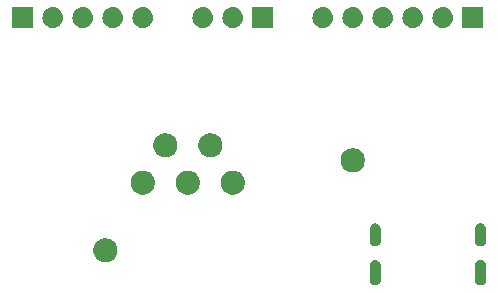
<source format=gbr>
G04 #@! TF.GenerationSoftware,KiCad,Pcbnew,(5.1.4)-1*
G04 #@! TF.CreationDate,2019-10-23T20:14:33-04:00*
G04 #@! TF.ProjectId,USB LED Daughterboard 0-2,55534220-4c45-4442-9044-617567687465,rev?*
G04 #@! TF.SameCoordinates,Original*
G04 #@! TF.FileFunction,Soldermask,Bot*
G04 #@! TF.FilePolarity,Negative*
%FSLAX46Y46*%
G04 Gerber Fmt 4.6, Leading zero omitted, Abs format (unit mm)*
G04 Created by KiCad (PCBNEW (5.1.4)-1) date 2019-10-23 20:14:33*
%MOMM*%
%LPD*%
G04 APERTURE LIST*
%ADD10C,0.100000*%
G04 APERTURE END LIST*
D10*
G36*
X209003268Y-122756084D02*
G01*
X209003271Y-122756085D01*
X209003272Y-122756085D01*
X209092961Y-122783291D01*
X209175619Y-122827473D01*
X209248069Y-122886931D01*
X209307527Y-122959381D01*
X209351709Y-123042038D01*
X209378915Y-123131727D01*
X209378916Y-123131731D01*
X209385800Y-123201630D01*
X209385800Y-124448370D01*
X209378916Y-124518269D01*
X209378915Y-124518272D01*
X209378915Y-124518273D01*
X209351709Y-124607962D01*
X209307527Y-124690619D01*
X209248069Y-124763069D01*
X209175619Y-124822527D01*
X209092962Y-124866709D01*
X209003273Y-124893915D01*
X209003272Y-124893915D01*
X209003269Y-124893916D01*
X208910000Y-124903102D01*
X208816732Y-124893916D01*
X208816729Y-124893915D01*
X208816728Y-124893915D01*
X208727039Y-124866709D01*
X208644382Y-124822527D01*
X208571932Y-124763069D01*
X208512474Y-124690619D01*
X208468292Y-124607962D01*
X208441086Y-124518273D01*
X208441086Y-124518272D01*
X208441085Y-124518269D01*
X208434201Y-124448370D01*
X208434200Y-123201631D01*
X208441084Y-123131732D01*
X208441085Y-123131728D01*
X208468291Y-123042039D01*
X208512473Y-122959381D01*
X208571931Y-122886931D01*
X208644381Y-122827473D01*
X208727038Y-122783291D01*
X208816727Y-122756085D01*
X208816728Y-122756085D01*
X208816731Y-122756084D01*
X208910000Y-122746898D01*
X209003268Y-122756084D01*
X209003268Y-122756084D01*
G37*
G36*
X217903268Y-122756084D02*
G01*
X217903271Y-122756085D01*
X217903272Y-122756085D01*
X217992961Y-122783291D01*
X218075619Y-122827473D01*
X218148069Y-122886931D01*
X218207527Y-122959381D01*
X218251709Y-123042038D01*
X218278915Y-123131727D01*
X218278916Y-123131731D01*
X218285800Y-123201630D01*
X218285800Y-124448370D01*
X218278916Y-124518269D01*
X218278915Y-124518272D01*
X218278915Y-124518273D01*
X218251709Y-124607962D01*
X218207527Y-124690619D01*
X218148069Y-124763069D01*
X218075619Y-124822527D01*
X217992962Y-124866709D01*
X217903273Y-124893915D01*
X217903272Y-124893915D01*
X217903269Y-124893916D01*
X217810000Y-124903102D01*
X217716732Y-124893916D01*
X217716729Y-124893915D01*
X217716728Y-124893915D01*
X217627039Y-124866709D01*
X217544382Y-124822527D01*
X217471932Y-124763069D01*
X217412474Y-124690619D01*
X217368292Y-124607962D01*
X217341086Y-124518273D01*
X217341086Y-124518272D01*
X217341085Y-124518269D01*
X217334201Y-124448370D01*
X217334200Y-123201631D01*
X217341084Y-123131732D01*
X217341085Y-123131728D01*
X217368291Y-123042039D01*
X217412473Y-122959381D01*
X217471931Y-122886931D01*
X217544381Y-122827473D01*
X217627038Y-122783291D01*
X217716727Y-122756085D01*
X217716728Y-122756085D01*
X217716731Y-122756084D01*
X217810000Y-122746898D01*
X217903268Y-122756084D01*
X217903268Y-122756084D01*
G37*
G36*
X186354099Y-120934006D02*
G01*
X186540709Y-121011302D01*
X186708656Y-121123521D01*
X186851479Y-121266344D01*
X186963698Y-121434291D01*
X187040994Y-121620901D01*
X187080400Y-121819007D01*
X187080400Y-122020993D01*
X187040994Y-122219099D01*
X186963698Y-122405709D01*
X186851479Y-122573656D01*
X186708656Y-122716479D01*
X186540709Y-122828698D01*
X186354099Y-122905994D01*
X186155993Y-122945400D01*
X185954007Y-122945400D01*
X185755901Y-122905994D01*
X185569291Y-122828698D01*
X185401344Y-122716479D01*
X185258521Y-122573656D01*
X185146302Y-122405709D01*
X185069006Y-122219099D01*
X185029600Y-122020993D01*
X185029600Y-121819007D01*
X185069006Y-121620901D01*
X185146302Y-121434291D01*
X185258521Y-121266344D01*
X185401344Y-121123521D01*
X185569291Y-121011302D01*
X185755901Y-120934006D01*
X185954007Y-120894600D01*
X186155993Y-120894600D01*
X186354099Y-120934006D01*
X186354099Y-120934006D01*
G37*
G36*
X217903268Y-119656084D02*
G01*
X217903271Y-119656085D01*
X217903272Y-119656085D01*
X217992961Y-119683291D01*
X218075619Y-119727473D01*
X218148069Y-119786931D01*
X218207527Y-119859381D01*
X218251709Y-119942038D01*
X218278915Y-120031727D01*
X218278916Y-120031731D01*
X218285800Y-120101630D01*
X218285800Y-121148370D01*
X218278916Y-121218269D01*
X218278915Y-121218272D01*
X218278915Y-121218273D01*
X218251709Y-121307962D01*
X218207527Y-121390619D01*
X218148069Y-121463069D01*
X218075619Y-121522527D01*
X217992962Y-121566709D01*
X217903273Y-121593915D01*
X217903272Y-121593915D01*
X217903269Y-121593916D01*
X217810000Y-121603102D01*
X217716732Y-121593916D01*
X217716729Y-121593915D01*
X217716728Y-121593915D01*
X217627039Y-121566709D01*
X217544382Y-121522527D01*
X217471932Y-121463069D01*
X217412474Y-121390619D01*
X217368292Y-121307962D01*
X217341086Y-121218273D01*
X217341086Y-121218272D01*
X217341085Y-121218269D01*
X217334201Y-121148370D01*
X217334200Y-120101631D01*
X217341084Y-120031732D01*
X217341085Y-120031728D01*
X217368291Y-119942039D01*
X217412473Y-119859381D01*
X217471931Y-119786931D01*
X217544381Y-119727473D01*
X217627038Y-119683291D01*
X217716727Y-119656085D01*
X217716728Y-119656085D01*
X217716731Y-119656084D01*
X217810000Y-119646898D01*
X217903268Y-119656084D01*
X217903268Y-119656084D01*
G37*
G36*
X209003268Y-119656084D02*
G01*
X209003271Y-119656085D01*
X209003272Y-119656085D01*
X209092961Y-119683291D01*
X209175619Y-119727473D01*
X209248069Y-119786931D01*
X209307527Y-119859381D01*
X209351709Y-119942038D01*
X209378915Y-120031727D01*
X209378916Y-120031731D01*
X209385800Y-120101630D01*
X209385800Y-121148370D01*
X209378916Y-121218269D01*
X209378915Y-121218272D01*
X209378915Y-121218273D01*
X209351709Y-121307962D01*
X209307527Y-121390619D01*
X209248069Y-121463069D01*
X209175619Y-121522527D01*
X209092962Y-121566709D01*
X209003273Y-121593915D01*
X209003272Y-121593915D01*
X209003269Y-121593916D01*
X208910000Y-121603102D01*
X208816732Y-121593916D01*
X208816729Y-121593915D01*
X208816728Y-121593915D01*
X208727039Y-121566709D01*
X208644382Y-121522527D01*
X208571932Y-121463069D01*
X208512474Y-121390619D01*
X208468292Y-121307962D01*
X208441086Y-121218273D01*
X208441086Y-121218272D01*
X208441085Y-121218269D01*
X208434201Y-121148370D01*
X208434200Y-120101631D01*
X208441084Y-120031732D01*
X208441085Y-120031728D01*
X208468291Y-119942039D01*
X208512473Y-119859381D01*
X208571931Y-119786931D01*
X208644381Y-119727473D01*
X208727038Y-119683291D01*
X208816727Y-119656085D01*
X208816728Y-119656085D01*
X208816731Y-119656084D01*
X208910000Y-119646898D01*
X209003268Y-119656084D01*
X209003268Y-119656084D01*
G37*
G36*
X197149099Y-115219006D02*
G01*
X197335709Y-115296302D01*
X197503656Y-115408521D01*
X197646479Y-115551344D01*
X197758698Y-115719291D01*
X197835994Y-115905901D01*
X197875400Y-116104007D01*
X197875400Y-116305993D01*
X197835994Y-116504099D01*
X197758698Y-116690709D01*
X197646479Y-116858656D01*
X197503656Y-117001479D01*
X197335709Y-117113698D01*
X197149099Y-117190994D01*
X196950993Y-117230400D01*
X196749007Y-117230400D01*
X196550901Y-117190994D01*
X196364291Y-117113698D01*
X196196344Y-117001479D01*
X196053521Y-116858656D01*
X195941302Y-116690709D01*
X195864006Y-116504099D01*
X195824600Y-116305993D01*
X195824600Y-116104007D01*
X195864006Y-115905901D01*
X195941302Y-115719291D01*
X196053521Y-115551344D01*
X196196344Y-115408521D01*
X196364291Y-115296302D01*
X196550901Y-115219006D01*
X196749007Y-115179600D01*
X196950993Y-115179600D01*
X197149099Y-115219006D01*
X197149099Y-115219006D01*
G37*
G36*
X193339099Y-115219006D02*
G01*
X193525709Y-115296302D01*
X193693656Y-115408521D01*
X193836479Y-115551344D01*
X193948698Y-115719291D01*
X194025994Y-115905901D01*
X194065400Y-116104007D01*
X194065400Y-116305993D01*
X194025994Y-116504099D01*
X193948698Y-116690709D01*
X193836479Y-116858656D01*
X193693656Y-117001479D01*
X193525709Y-117113698D01*
X193339099Y-117190994D01*
X193140993Y-117230400D01*
X192939007Y-117230400D01*
X192740901Y-117190994D01*
X192554291Y-117113698D01*
X192386344Y-117001479D01*
X192243521Y-116858656D01*
X192131302Y-116690709D01*
X192054006Y-116504099D01*
X192014600Y-116305993D01*
X192014600Y-116104007D01*
X192054006Y-115905901D01*
X192131302Y-115719291D01*
X192243521Y-115551344D01*
X192386344Y-115408521D01*
X192554291Y-115296302D01*
X192740901Y-115219006D01*
X192939007Y-115179600D01*
X193140993Y-115179600D01*
X193339099Y-115219006D01*
X193339099Y-115219006D01*
G37*
G36*
X189529099Y-115219006D02*
G01*
X189715709Y-115296302D01*
X189883656Y-115408521D01*
X190026479Y-115551344D01*
X190138698Y-115719291D01*
X190215994Y-115905901D01*
X190255400Y-116104007D01*
X190255400Y-116305993D01*
X190215994Y-116504099D01*
X190138698Y-116690709D01*
X190026479Y-116858656D01*
X189883656Y-117001479D01*
X189715709Y-117113698D01*
X189529099Y-117190994D01*
X189330993Y-117230400D01*
X189129007Y-117230400D01*
X188930901Y-117190994D01*
X188744291Y-117113698D01*
X188576344Y-117001479D01*
X188433521Y-116858656D01*
X188321302Y-116690709D01*
X188244006Y-116504099D01*
X188204600Y-116305993D01*
X188204600Y-116104007D01*
X188244006Y-115905901D01*
X188321302Y-115719291D01*
X188433521Y-115551344D01*
X188576344Y-115408521D01*
X188744291Y-115296302D01*
X188930901Y-115219006D01*
X189129007Y-115179600D01*
X189330993Y-115179600D01*
X189529099Y-115219006D01*
X189529099Y-115219006D01*
G37*
G36*
X207309099Y-113314006D02*
G01*
X207495709Y-113391302D01*
X207663656Y-113503521D01*
X207806479Y-113646344D01*
X207918698Y-113814291D01*
X207995994Y-114000901D01*
X208035400Y-114199007D01*
X208035400Y-114400993D01*
X207995994Y-114599099D01*
X207918698Y-114785709D01*
X207806479Y-114953656D01*
X207663656Y-115096479D01*
X207495709Y-115208698D01*
X207309099Y-115285994D01*
X207110993Y-115325400D01*
X206909007Y-115325400D01*
X206710901Y-115285994D01*
X206524291Y-115208698D01*
X206356344Y-115096479D01*
X206213521Y-114953656D01*
X206101302Y-114785709D01*
X206024006Y-114599099D01*
X205984600Y-114400993D01*
X205984600Y-114199007D01*
X206024006Y-114000901D01*
X206101302Y-113814291D01*
X206213521Y-113646344D01*
X206356344Y-113503521D01*
X206524291Y-113391302D01*
X206710901Y-113314006D01*
X206909007Y-113274600D01*
X207110993Y-113274600D01*
X207309099Y-113314006D01*
X207309099Y-113314006D01*
G37*
G36*
X195244099Y-112044006D02*
G01*
X195430709Y-112121302D01*
X195598656Y-112233521D01*
X195741479Y-112376344D01*
X195853698Y-112544291D01*
X195930994Y-112730901D01*
X195970400Y-112929007D01*
X195970400Y-113130993D01*
X195930994Y-113329099D01*
X195853698Y-113515709D01*
X195741479Y-113683656D01*
X195598656Y-113826479D01*
X195430709Y-113938698D01*
X195244099Y-114015994D01*
X195045993Y-114055400D01*
X194844007Y-114055400D01*
X194645901Y-114015994D01*
X194459291Y-113938698D01*
X194291344Y-113826479D01*
X194148521Y-113683656D01*
X194036302Y-113515709D01*
X193959006Y-113329099D01*
X193919600Y-113130993D01*
X193919600Y-112929007D01*
X193959006Y-112730901D01*
X194036302Y-112544291D01*
X194148521Y-112376344D01*
X194291344Y-112233521D01*
X194459291Y-112121302D01*
X194645901Y-112044006D01*
X194844007Y-112004600D01*
X195045993Y-112004600D01*
X195244099Y-112044006D01*
X195244099Y-112044006D01*
G37*
G36*
X191434099Y-112044006D02*
G01*
X191620709Y-112121302D01*
X191788656Y-112233521D01*
X191931479Y-112376344D01*
X192043698Y-112544291D01*
X192120994Y-112730901D01*
X192160400Y-112929007D01*
X192160400Y-113130993D01*
X192120994Y-113329099D01*
X192043698Y-113515709D01*
X191931479Y-113683656D01*
X191788656Y-113826479D01*
X191620709Y-113938698D01*
X191434099Y-114015994D01*
X191235993Y-114055400D01*
X191034007Y-114055400D01*
X190835901Y-114015994D01*
X190649291Y-113938698D01*
X190481344Y-113826479D01*
X190338521Y-113683656D01*
X190226302Y-113515709D01*
X190149006Y-113329099D01*
X190109600Y-113130993D01*
X190109600Y-112929007D01*
X190149006Y-112730901D01*
X190226302Y-112544291D01*
X190338521Y-112376344D01*
X190481344Y-112233521D01*
X190649291Y-112121302D01*
X190835901Y-112044006D01*
X191034007Y-112004600D01*
X191235993Y-112004600D01*
X191434099Y-112044006D01*
X191434099Y-112044006D01*
G37*
G36*
X184321605Y-101372266D02*
G01*
X184321608Y-101372267D01*
X184486622Y-101422323D01*
X184638699Y-101503610D01*
X184771996Y-101613004D01*
X184881390Y-101746301D01*
X184962677Y-101898378D01*
X184962677Y-101898379D01*
X185012734Y-102063395D01*
X185029636Y-102235000D01*
X185012734Y-102406605D01*
X185012733Y-102406608D01*
X184962677Y-102571622D01*
X184881390Y-102723699D01*
X184771996Y-102856996D01*
X184638699Y-102966390D01*
X184486622Y-103047677D01*
X184359352Y-103086284D01*
X184321605Y-103097734D01*
X184193004Y-103110400D01*
X184106996Y-103110400D01*
X183978395Y-103097734D01*
X183940648Y-103086284D01*
X183813378Y-103047677D01*
X183661301Y-102966390D01*
X183528004Y-102856996D01*
X183418610Y-102723699D01*
X183337323Y-102571622D01*
X183287267Y-102406608D01*
X183287266Y-102406605D01*
X183270364Y-102235000D01*
X183287266Y-102063395D01*
X183337323Y-101898379D01*
X183337323Y-101898378D01*
X183418610Y-101746301D01*
X183528004Y-101613004D01*
X183661301Y-101503610D01*
X183813378Y-101422323D01*
X183978392Y-101372267D01*
X183978395Y-101372266D01*
X184106996Y-101359600D01*
X184193004Y-101359600D01*
X184321605Y-101372266D01*
X184321605Y-101372266D01*
G37*
G36*
X181781605Y-101372266D02*
G01*
X181781608Y-101372267D01*
X181946622Y-101422323D01*
X182098699Y-101503610D01*
X182231996Y-101613004D01*
X182341390Y-101746301D01*
X182422677Y-101898378D01*
X182422677Y-101898379D01*
X182472734Y-102063395D01*
X182489636Y-102235000D01*
X182472734Y-102406605D01*
X182472733Y-102406608D01*
X182422677Y-102571622D01*
X182341390Y-102723699D01*
X182231996Y-102856996D01*
X182098699Y-102966390D01*
X181946622Y-103047677D01*
X181819352Y-103086284D01*
X181781605Y-103097734D01*
X181653004Y-103110400D01*
X181566996Y-103110400D01*
X181438395Y-103097734D01*
X181400648Y-103086284D01*
X181273378Y-103047677D01*
X181121301Y-102966390D01*
X180988004Y-102856996D01*
X180878610Y-102723699D01*
X180797323Y-102571622D01*
X180747267Y-102406608D01*
X180747266Y-102406605D01*
X180730364Y-102235000D01*
X180747266Y-102063395D01*
X180797323Y-101898379D01*
X180797323Y-101898378D01*
X180878610Y-101746301D01*
X180988004Y-101613004D01*
X181121301Y-101503610D01*
X181273378Y-101422323D01*
X181438392Y-101372267D01*
X181438395Y-101372266D01*
X181566996Y-101359600D01*
X181653004Y-101359600D01*
X181781605Y-101372266D01*
X181781605Y-101372266D01*
G37*
G36*
X179945400Y-103110400D02*
G01*
X178194600Y-103110400D01*
X178194600Y-101359600D01*
X179945400Y-101359600D01*
X179945400Y-103110400D01*
X179945400Y-103110400D01*
G37*
G36*
X186861605Y-101372266D02*
G01*
X186861608Y-101372267D01*
X187026622Y-101422323D01*
X187178699Y-101503610D01*
X187311996Y-101613004D01*
X187421390Y-101746301D01*
X187502677Y-101898378D01*
X187502677Y-101898379D01*
X187552734Y-102063395D01*
X187569636Y-102235000D01*
X187552734Y-102406605D01*
X187552733Y-102406608D01*
X187502677Y-102571622D01*
X187421390Y-102723699D01*
X187311996Y-102856996D01*
X187178699Y-102966390D01*
X187026622Y-103047677D01*
X186899352Y-103086284D01*
X186861605Y-103097734D01*
X186733004Y-103110400D01*
X186646996Y-103110400D01*
X186518395Y-103097734D01*
X186480648Y-103086284D01*
X186353378Y-103047677D01*
X186201301Y-102966390D01*
X186068004Y-102856996D01*
X185958610Y-102723699D01*
X185877323Y-102571622D01*
X185827267Y-102406608D01*
X185827266Y-102406605D01*
X185810364Y-102235000D01*
X185827266Y-102063395D01*
X185877323Y-101898379D01*
X185877323Y-101898378D01*
X185958610Y-101746301D01*
X186068004Y-101613004D01*
X186201301Y-101503610D01*
X186353378Y-101422323D01*
X186518392Y-101372267D01*
X186518395Y-101372266D01*
X186646996Y-101359600D01*
X186733004Y-101359600D01*
X186861605Y-101372266D01*
X186861605Y-101372266D01*
G37*
G36*
X189401605Y-101372266D02*
G01*
X189401608Y-101372267D01*
X189566622Y-101422323D01*
X189718699Y-101503610D01*
X189851996Y-101613004D01*
X189961390Y-101746301D01*
X190042677Y-101898378D01*
X190042677Y-101898379D01*
X190092734Y-102063395D01*
X190109636Y-102235000D01*
X190092734Y-102406605D01*
X190092733Y-102406608D01*
X190042677Y-102571622D01*
X189961390Y-102723699D01*
X189851996Y-102856996D01*
X189718699Y-102966390D01*
X189566622Y-103047677D01*
X189439352Y-103086284D01*
X189401605Y-103097734D01*
X189273004Y-103110400D01*
X189186996Y-103110400D01*
X189058395Y-103097734D01*
X189020648Y-103086284D01*
X188893378Y-103047677D01*
X188741301Y-102966390D01*
X188608004Y-102856996D01*
X188498610Y-102723699D01*
X188417323Y-102571622D01*
X188367267Y-102406608D01*
X188367266Y-102406605D01*
X188350364Y-102235000D01*
X188367266Y-102063395D01*
X188417323Y-101898379D01*
X188417323Y-101898378D01*
X188498610Y-101746301D01*
X188608004Y-101613004D01*
X188741301Y-101503610D01*
X188893378Y-101422323D01*
X189058392Y-101372267D01*
X189058395Y-101372266D01*
X189186996Y-101359600D01*
X189273004Y-101359600D01*
X189401605Y-101372266D01*
X189401605Y-101372266D01*
G37*
G36*
X194481605Y-101372266D02*
G01*
X194481608Y-101372267D01*
X194646622Y-101422323D01*
X194798699Y-101503610D01*
X194931996Y-101613004D01*
X195041390Y-101746301D01*
X195122677Y-101898378D01*
X195122677Y-101898379D01*
X195172734Y-102063395D01*
X195189636Y-102235000D01*
X195172734Y-102406605D01*
X195172733Y-102406608D01*
X195122677Y-102571622D01*
X195041390Y-102723699D01*
X194931996Y-102856996D01*
X194798699Y-102966390D01*
X194646622Y-103047677D01*
X194519352Y-103086284D01*
X194481605Y-103097734D01*
X194353004Y-103110400D01*
X194266996Y-103110400D01*
X194138395Y-103097734D01*
X194100648Y-103086284D01*
X193973378Y-103047677D01*
X193821301Y-102966390D01*
X193688004Y-102856996D01*
X193578610Y-102723699D01*
X193497323Y-102571622D01*
X193447267Y-102406608D01*
X193447266Y-102406605D01*
X193430364Y-102235000D01*
X193447266Y-102063395D01*
X193497323Y-101898379D01*
X193497323Y-101898378D01*
X193578610Y-101746301D01*
X193688004Y-101613004D01*
X193821301Y-101503610D01*
X193973378Y-101422323D01*
X194138392Y-101372267D01*
X194138395Y-101372266D01*
X194266996Y-101359600D01*
X194353004Y-101359600D01*
X194481605Y-101372266D01*
X194481605Y-101372266D01*
G37*
G36*
X197021605Y-101372266D02*
G01*
X197021608Y-101372267D01*
X197186622Y-101422323D01*
X197338699Y-101503610D01*
X197471996Y-101613004D01*
X197581390Y-101746301D01*
X197662677Y-101898378D01*
X197662677Y-101898379D01*
X197712734Y-102063395D01*
X197729636Y-102235000D01*
X197712734Y-102406605D01*
X197712733Y-102406608D01*
X197662677Y-102571622D01*
X197581390Y-102723699D01*
X197471996Y-102856996D01*
X197338699Y-102966390D01*
X197186622Y-103047677D01*
X197059352Y-103086284D01*
X197021605Y-103097734D01*
X196893004Y-103110400D01*
X196806996Y-103110400D01*
X196678395Y-103097734D01*
X196640648Y-103086284D01*
X196513378Y-103047677D01*
X196361301Y-102966390D01*
X196228004Y-102856996D01*
X196118610Y-102723699D01*
X196037323Y-102571622D01*
X195987267Y-102406608D01*
X195987266Y-102406605D01*
X195970364Y-102235000D01*
X195987266Y-102063395D01*
X196037323Y-101898379D01*
X196037323Y-101898378D01*
X196118610Y-101746301D01*
X196228004Y-101613004D01*
X196361301Y-101503610D01*
X196513378Y-101422323D01*
X196678392Y-101372267D01*
X196678395Y-101372266D01*
X196806996Y-101359600D01*
X196893004Y-101359600D01*
X197021605Y-101372266D01*
X197021605Y-101372266D01*
G37*
G36*
X200265400Y-103110400D02*
G01*
X198514600Y-103110400D01*
X198514600Y-101359600D01*
X200265400Y-101359600D01*
X200265400Y-103110400D01*
X200265400Y-103110400D01*
G37*
G36*
X204641605Y-101372266D02*
G01*
X204641608Y-101372267D01*
X204806622Y-101422323D01*
X204958699Y-101503610D01*
X205091996Y-101613004D01*
X205201390Y-101746301D01*
X205282677Y-101898378D01*
X205282677Y-101898379D01*
X205332734Y-102063395D01*
X205349636Y-102235000D01*
X205332734Y-102406605D01*
X205332733Y-102406608D01*
X205282677Y-102571622D01*
X205201390Y-102723699D01*
X205091996Y-102856996D01*
X204958699Y-102966390D01*
X204806622Y-103047677D01*
X204679352Y-103086284D01*
X204641605Y-103097734D01*
X204513004Y-103110400D01*
X204426996Y-103110400D01*
X204298395Y-103097734D01*
X204260648Y-103086284D01*
X204133378Y-103047677D01*
X203981301Y-102966390D01*
X203848004Y-102856996D01*
X203738610Y-102723699D01*
X203657323Y-102571622D01*
X203607267Y-102406608D01*
X203607266Y-102406605D01*
X203590364Y-102235000D01*
X203607266Y-102063395D01*
X203657323Y-101898379D01*
X203657323Y-101898378D01*
X203738610Y-101746301D01*
X203848004Y-101613004D01*
X203981301Y-101503610D01*
X204133378Y-101422323D01*
X204298392Y-101372267D01*
X204298395Y-101372266D01*
X204426996Y-101359600D01*
X204513004Y-101359600D01*
X204641605Y-101372266D01*
X204641605Y-101372266D01*
G37*
G36*
X207181605Y-101372266D02*
G01*
X207181608Y-101372267D01*
X207346622Y-101422323D01*
X207498699Y-101503610D01*
X207631996Y-101613004D01*
X207741390Y-101746301D01*
X207822677Y-101898378D01*
X207822677Y-101898379D01*
X207872734Y-102063395D01*
X207889636Y-102235000D01*
X207872734Y-102406605D01*
X207872733Y-102406608D01*
X207822677Y-102571622D01*
X207741390Y-102723699D01*
X207631996Y-102856996D01*
X207498699Y-102966390D01*
X207346622Y-103047677D01*
X207219352Y-103086284D01*
X207181605Y-103097734D01*
X207053004Y-103110400D01*
X206966996Y-103110400D01*
X206838395Y-103097734D01*
X206800648Y-103086284D01*
X206673378Y-103047677D01*
X206521301Y-102966390D01*
X206388004Y-102856996D01*
X206278610Y-102723699D01*
X206197323Y-102571622D01*
X206147267Y-102406608D01*
X206147266Y-102406605D01*
X206130364Y-102235000D01*
X206147266Y-102063395D01*
X206197323Y-101898379D01*
X206197323Y-101898378D01*
X206278610Y-101746301D01*
X206388004Y-101613004D01*
X206521301Y-101503610D01*
X206673378Y-101422323D01*
X206838392Y-101372267D01*
X206838395Y-101372266D01*
X206966996Y-101359600D01*
X207053004Y-101359600D01*
X207181605Y-101372266D01*
X207181605Y-101372266D01*
G37*
G36*
X209721605Y-101372266D02*
G01*
X209721608Y-101372267D01*
X209886622Y-101422323D01*
X210038699Y-101503610D01*
X210171996Y-101613004D01*
X210281390Y-101746301D01*
X210362677Y-101898378D01*
X210362677Y-101898379D01*
X210412734Y-102063395D01*
X210429636Y-102235000D01*
X210412734Y-102406605D01*
X210412733Y-102406608D01*
X210362677Y-102571622D01*
X210281390Y-102723699D01*
X210171996Y-102856996D01*
X210038699Y-102966390D01*
X209886622Y-103047677D01*
X209759352Y-103086284D01*
X209721605Y-103097734D01*
X209593004Y-103110400D01*
X209506996Y-103110400D01*
X209378395Y-103097734D01*
X209340648Y-103086284D01*
X209213378Y-103047677D01*
X209061301Y-102966390D01*
X208928004Y-102856996D01*
X208818610Y-102723699D01*
X208737323Y-102571622D01*
X208687267Y-102406608D01*
X208687266Y-102406605D01*
X208670364Y-102235000D01*
X208687266Y-102063395D01*
X208737323Y-101898379D01*
X208737323Y-101898378D01*
X208818610Y-101746301D01*
X208928004Y-101613004D01*
X209061301Y-101503610D01*
X209213378Y-101422323D01*
X209378392Y-101372267D01*
X209378395Y-101372266D01*
X209506996Y-101359600D01*
X209593004Y-101359600D01*
X209721605Y-101372266D01*
X209721605Y-101372266D01*
G37*
G36*
X212261605Y-101372266D02*
G01*
X212261608Y-101372267D01*
X212426622Y-101422323D01*
X212578699Y-101503610D01*
X212711996Y-101613004D01*
X212821390Y-101746301D01*
X212902677Y-101898378D01*
X212902677Y-101898379D01*
X212952734Y-102063395D01*
X212969636Y-102235000D01*
X212952734Y-102406605D01*
X212952733Y-102406608D01*
X212902677Y-102571622D01*
X212821390Y-102723699D01*
X212711996Y-102856996D01*
X212578699Y-102966390D01*
X212426622Y-103047677D01*
X212299352Y-103086284D01*
X212261605Y-103097734D01*
X212133004Y-103110400D01*
X212046996Y-103110400D01*
X211918395Y-103097734D01*
X211880648Y-103086284D01*
X211753378Y-103047677D01*
X211601301Y-102966390D01*
X211468004Y-102856996D01*
X211358610Y-102723699D01*
X211277323Y-102571622D01*
X211227267Y-102406608D01*
X211227266Y-102406605D01*
X211210364Y-102235000D01*
X211227266Y-102063395D01*
X211277323Y-101898379D01*
X211277323Y-101898378D01*
X211358610Y-101746301D01*
X211468004Y-101613004D01*
X211601301Y-101503610D01*
X211753378Y-101422323D01*
X211918392Y-101372267D01*
X211918395Y-101372266D01*
X212046996Y-101359600D01*
X212133004Y-101359600D01*
X212261605Y-101372266D01*
X212261605Y-101372266D01*
G37*
G36*
X214801605Y-101372266D02*
G01*
X214801608Y-101372267D01*
X214966622Y-101422323D01*
X215118699Y-101503610D01*
X215251996Y-101613004D01*
X215361390Y-101746301D01*
X215442677Y-101898378D01*
X215442677Y-101898379D01*
X215492734Y-102063395D01*
X215509636Y-102235000D01*
X215492734Y-102406605D01*
X215492733Y-102406608D01*
X215442677Y-102571622D01*
X215361390Y-102723699D01*
X215251996Y-102856996D01*
X215118699Y-102966390D01*
X214966622Y-103047677D01*
X214839352Y-103086284D01*
X214801605Y-103097734D01*
X214673004Y-103110400D01*
X214586996Y-103110400D01*
X214458395Y-103097734D01*
X214420648Y-103086284D01*
X214293378Y-103047677D01*
X214141301Y-102966390D01*
X214008004Y-102856996D01*
X213898610Y-102723699D01*
X213817323Y-102571622D01*
X213767267Y-102406608D01*
X213767266Y-102406605D01*
X213750364Y-102235000D01*
X213767266Y-102063395D01*
X213817323Y-101898379D01*
X213817323Y-101898378D01*
X213898610Y-101746301D01*
X214008004Y-101613004D01*
X214141301Y-101503610D01*
X214293378Y-101422323D01*
X214458392Y-101372267D01*
X214458395Y-101372266D01*
X214586996Y-101359600D01*
X214673004Y-101359600D01*
X214801605Y-101372266D01*
X214801605Y-101372266D01*
G37*
G36*
X218045400Y-103110400D02*
G01*
X216294600Y-103110400D01*
X216294600Y-101359600D01*
X218045400Y-101359600D01*
X218045400Y-103110400D01*
X218045400Y-103110400D01*
G37*
M02*

</source>
